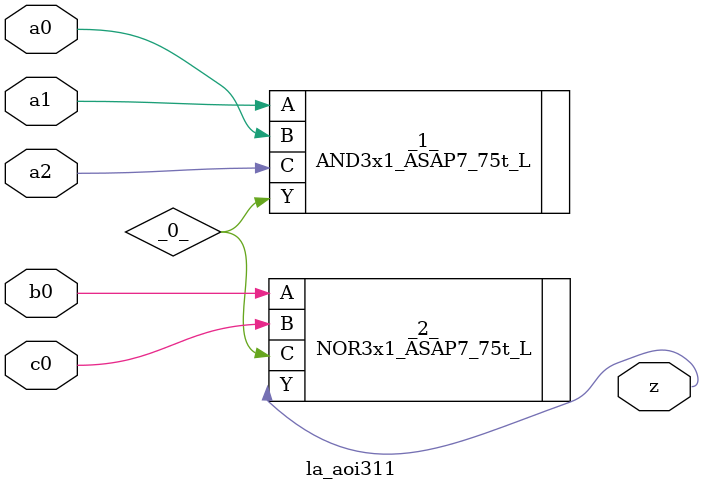
<source format=v>
/* Generated by Yosys 0.37 (git sha1 a5c7f69ed, clang 14.0.0-1ubuntu1.1 -fPIC -Os) */

module la_aoi311(a0, a1, a2, b0, c0, z);
  wire _0_;
  input a0;
  wire a0;
  input a1;
  wire a1;
  input a2;
  wire a2;
  input b0;
  wire b0;
  input c0;
  wire c0;
  output z;
  wire z;
  AND3x1_ASAP7_75t_L _1_ (
    .A(a1),
    .B(a0),
    .C(a2),
    .Y(_0_)
  );
  NOR3x1_ASAP7_75t_L _2_ (
    .A(b0),
    .B(c0),
    .C(_0_),
    .Y(z)
  );
endmodule

</source>
